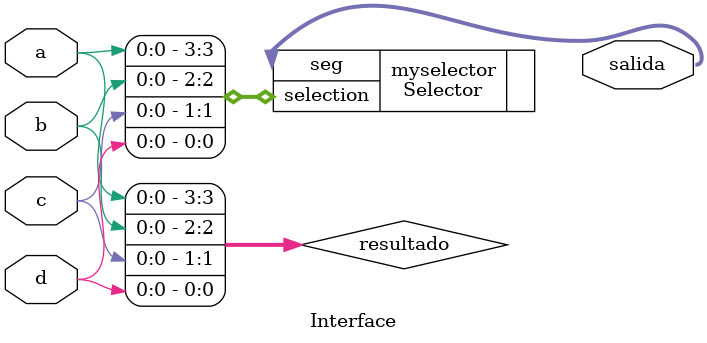
<source format=sv>
module Interface(input logic a, b, c, d, output logic [6:0] salida);
  // Se instancian señales de salida del primer modulo
	logic [3:0] resultado;
  // Lógica para formar el array resultado
  always_comb begin
    resultado[3:0] = {a, b, c, d};  // Concatenación de v, w, x, y, z en resultado[4:0]
  end

  // Instancia del segundo módulo (segmentos)
  Selector myselector (
    .selection(resultado),
    .seg(salida)
  );
endmodule
</source>
